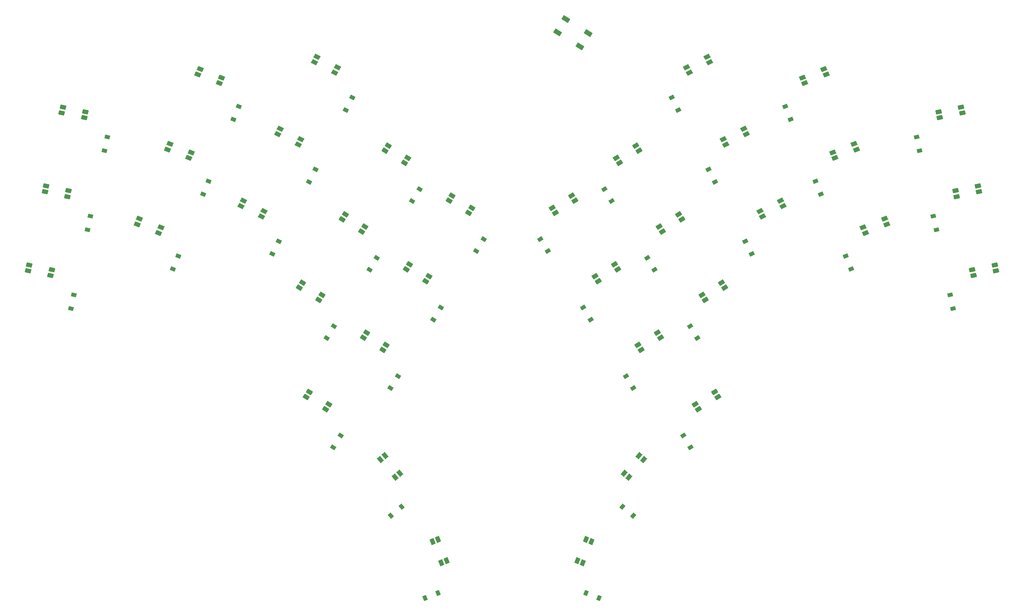
<source format=gbr>
%TF.GenerationSoftware,KiCad,Pcbnew,7.0.9*%
%TF.CreationDate,2023-11-27T23:54:21-05:00*%
%TF.ProjectId,main_r2,6d61696e-5f72-4322-9e6b-696361645f70,0.1*%
%TF.SameCoordinates,Original*%
%TF.FileFunction,Paste,Bot*%
%TF.FilePolarity,Positive*%
%FSLAX46Y46*%
G04 Gerber Fmt 4.6, Leading zero omitted, Abs format (unit mm)*
G04 Created by KiCad (PCBNEW 7.0.9) date 2023-11-27 23:54:21*
%MOMM*%
%LPD*%
G01*
G04 APERTURE LIST*
G04 Aperture macros list*
%AMRotRect*
0 Rectangle, with rotation*
0 The origin of the aperture is its center*
0 $1 length*
0 $2 width*
0 $3 Rotation angle, in degrees counterclockwise*
0 Add horizontal line*
21,1,$1,$2,0,0,$3*%
G04 Aperture macros list end*
%ADD10RotRect,0.900000X1.200000X78.000000*%
%ADD11RotRect,0.900000X1.200000X68.000000*%
%ADD12RotRect,0.900000X1.200000X63.000000*%
%ADD13RotRect,0.900000X1.200000X58.000000*%
%ADD14RotRect,0.900000X1.200000X40.000000*%
%ADD15RotRect,0.900000X1.200000X22.000000*%
%ADD16RotRect,0.900000X1.200000X102.000000*%
%ADD17RotRect,0.900000X1.200000X112.000000*%
%ADD18RotRect,0.900000X1.200000X117.000000*%
%ADD19RotRect,0.900000X1.200000X122.000000*%
%ADD20RotRect,0.900000X1.200000X140.000000*%
%ADD21RotRect,0.900000X1.200000X158.000000*%
%ADD22RotRect,1.800000X1.100000X328.000000*%
%ADD23RotRect,1.400000X1.000000X348.000000*%
%ADD24RotRect,1.400000X1.000000X338.000000*%
%ADD25RotRect,1.400000X1.000000X333.000000*%
%ADD26RotRect,1.400000X1.000000X328.000000*%
%ADD27RotRect,1.400000X1.000000X310.000000*%
%ADD28RotRect,1.400000X1.000000X292.000000*%
%ADD29RotRect,1.400000X1.000000X12.000000*%
%ADD30RotRect,1.400000X1.000000X22.000000*%
%ADD31RotRect,1.400000X1.000000X27.000000*%
%ADD32RotRect,1.400000X1.000000X32.000000*%
%ADD33RotRect,1.400000X1.000000X50.000000*%
%ADD34RotRect,1.400000X1.000000X68.000000*%
G04 APERTURE END LIST*
D10*
%TO.C,D1*%
X42360535Y-170666125D03*
X41674427Y-173894013D03*
%TD*%
%TO.C,D2*%
X46310859Y-152081322D03*
X45624751Y-155309210D03*
%TD*%
%TO.C,D3*%
X50261180Y-133496521D03*
X49575072Y-136724409D03*
%TD*%
D11*
%TO.C,D4*%
X66893067Y-161511824D03*
X65656865Y-164571530D03*
%TD*%
%TO.C,D5*%
X74010591Y-143895331D03*
X72774389Y-146955037D03*
%TD*%
%TO.C,D6*%
X81128117Y-126278837D03*
X79891915Y-129338543D03*
%TD*%
D12*
%TO.C,D7*%
X90554221Y-158026721D03*
X89056053Y-160967043D03*
%TD*%
%TO.C,D8*%
X99180042Y-141097595D03*
X97681874Y-144037917D03*
%TD*%
%TO.C,D9*%
X107805859Y-124168472D03*
X106307691Y-127108794D03*
%TD*%
D13*
%TO.C,D10*%
X103533313Y-178001242D03*
X101784579Y-180799800D03*
%TD*%
%TO.C,D11*%
X113601781Y-161888329D03*
X111853047Y-164686887D03*
%TD*%
%TO.C,D12*%
X123670250Y-145775416D03*
X121921516Y-148573974D03*
%TD*%
%TO.C,D13*%
X118586392Y-189765806D03*
X116837658Y-192564364D03*
%TD*%
%TO.C,D14*%
X128654857Y-173652892D03*
X126906123Y-176451450D03*
%TD*%
%TO.C,D15*%
X138723321Y-157539977D03*
X136974587Y-160338535D03*
%TD*%
%TO.C,D16*%
X105125734Y-203759042D03*
X103377000Y-206557600D03*
%TD*%
D14*
%TO.C,D17*%
X119412044Y-220530774D03*
X116884098Y-222651974D03*
%TD*%
D15*
%TO.C,D18*%
X127950473Y-240815786D03*
X124890767Y-242051988D03*
%TD*%
D16*
%TO.C,D19*%
X248384239Y-170666127D03*
X249070347Y-173894015D03*
%TD*%
%TO.C,D20*%
X244433915Y-152081322D03*
X245120023Y-155309210D03*
%TD*%
%TO.C,D21*%
X240483595Y-133496518D03*
X241169703Y-136724406D03*
%TD*%
D17*
%TO.C,D22*%
X223851707Y-161511824D03*
X225087909Y-164571530D03*
%TD*%
%TO.C,D23*%
X216734183Y-143895332D03*
X217970385Y-146955038D03*
%TD*%
%TO.C,D24*%
X209616657Y-126278836D03*
X210852859Y-129338542D03*
%TD*%
D18*
%TO.C,D25*%
X200190552Y-158026719D03*
X201688720Y-160967041D03*
%TD*%
%TO.C,D26*%
X191564730Y-141097595D03*
X193062898Y-144037917D03*
%TD*%
%TO.C,D27*%
X182938913Y-124168473D03*
X184437081Y-127108795D03*
%TD*%
D19*
%TO.C,D28*%
X187211459Y-178001244D03*
X188960193Y-180799802D03*
%TD*%
%TO.C,D29*%
X177142993Y-161888330D03*
X178891727Y-164686888D03*
%TD*%
%TO.C,D30*%
X167074527Y-145775415D03*
X168823261Y-148573973D03*
%TD*%
%TO.C,D31*%
X172158385Y-189765804D03*
X173907119Y-192564362D03*
%TD*%
%TO.C,D32*%
X162089918Y-173652893D03*
X163838652Y-176451451D03*
%TD*%
%TO.C,D33*%
X152021452Y-157539979D03*
X153770186Y-160338537D03*
%TD*%
%TO.C,D34*%
X185619041Y-203759044D03*
X187367775Y-206557602D03*
%TD*%
D20*
%TO.C,D35*%
X171332732Y-220530772D03*
X173860678Y-222651972D03*
%TD*%
D21*
%TO.C,D36*%
X162794302Y-240815785D03*
X165854008Y-242051987D03*
%TD*%
D22*
%TO.C,B2*%
X158031611Y-105693667D03*
X163289509Y-108979167D03*
X156070909Y-108831445D03*
X161328807Y-112116945D03*
%TD*%
D23*
%TO.C,LED1*%
X37185787Y-164710082D03*
X36894710Y-166079489D03*
X31903790Y-163587359D03*
X31612713Y-164956766D03*
%TD*%
%TO.C,LED2*%
X41136108Y-146125278D03*
X40845031Y-147494685D03*
X35854111Y-145002555D03*
X35563034Y-146371962D03*
%TD*%
%TO.C,LED3*%
X45086431Y-127540475D03*
X44795354Y-128909882D03*
X39804434Y-126417752D03*
X39513357Y-127787159D03*
%TD*%
D24*
%TO.C,LED4*%
X62831193Y-154747678D03*
X62306744Y-156045736D03*
X57824400Y-152724802D03*
X57299951Y-154022860D03*
%TD*%
%TO.C,LED5*%
X69948715Y-137131185D03*
X69424266Y-138429243D03*
X64941922Y-135108309D03*
X64417473Y-136406367D03*
%TD*%
%TO.C,LED6*%
X77066240Y-119514691D03*
X76541791Y-120812749D03*
X72059447Y-117491815D03*
X71534998Y-118789873D03*
%TD*%
D25*
%TO.C,LED7*%
X87097337Y-150934301D03*
X86461750Y-152181710D03*
X82285902Y-148482752D03*
X81650315Y-149730161D03*
%TD*%
%TO.C,LED8*%
X95723155Y-134005176D03*
X95087568Y-135252585D03*
X90911720Y-131553627D03*
X90276133Y-132801036D03*
%TD*%
%TO.C,LED9*%
X104348977Y-117076051D03*
X103713390Y-118323460D03*
X99537542Y-114624502D03*
X98901955Y-115871911D03*
%TD*%
D26*
%TO.C,LED10*%
X100707727Y-170634522D03*
X99965840Y-171821790D03*
X96128268Y-167772958D03*
X95386381Y-168960226D03*
%TD*%
%TO.C,LED11*%
X110776195Y-154521609D03*
X110034308Y-155708877D03*
X106196736Y-151660045D03*
X105454849Y-152847313D03*
%TD*%
%TO.C,LED12*%
X120844661Y-138408696D03*
X120102774Y-139595964D03*
X116265202Y-135547132D03*
X115523315Y-136734400D03*
%TD*%
%TO.C,LED13*%
X115760802Y-182399087D03*
X115018915Y-183586355D03*
X111181343Y-179537523D03*
X110439456Y-180724791D03*
%TD*%
%TO.C,LED14*%
X125829267Y-166286172D03*
X125087380Y-167473440D03*
X121249808Y-163424608D03*
X120507921Y-164611876D03*
%TD*%
%TO.C,LED15*%
X135897735Y-150173257D03*
X135155848Y-151360525D03*
X131318276Y-147311693D03*
X130576389Y-148498961D03*
%TD*%
%TO.C,LED16*%
X102300144Y-196392318D03*
X101558257Y-197579586D03*
X97720685Y-193530754D03*
X96978798Y-194718022D03*
%TD*%
D27*
%TO.C,LED17*%
X119001193Y-212651455D03*
X117928730Y-213551357D03*
X115530140Y-208514815D03*
X114457677Y-209414717D03*
%TD*%
D28*
%TO.C,LED18*%
X129994578Y-233195146D03*
X128696520Y-233719595D03*
X127971702Y-228188353D03*
X126673644Y-228712802D03*
%TD*%
D29*
%TO.C,LED19*%
X258840984Y-163587361D03*
X259132061Y-164956768D03*
X253558987Y-164710084D03*
X253850064Y-166079491D03*
%TD*%
%TO.C,LED20*%
X254890662Y-145002554D03*
X255181739Y-146371961D03*
X249608665Y-146125277D03*
X249899742Y-147494684D03*
%TD*%
%TO.C,LED21*%
X250940340Y-126417748D03*
X251231417Y-127787155D03*
X245658343Y-127540471D03*
X245949420Y-128909878D03*
%TD*%
D30*
%TO.C,LED22*%
X232920376Y-152724802D03*
X233444825Y-154022860D03*
X227913583Y-154747678D03*
X228438032Y-156045736D03*
%TD*%
%TO.C,LED23*%
X225802853Y-135108310D03*
X226327302Y-136406368D03*
X220796060Y-137131186D03*
X221320509Y-138429244D03*
%TD*%
%TO.C,LED24*%
X218685327Y-117491817D03*
X219209776Y-118789875D03*
X213678534Y-119514693D03*
X214202983Y-120812751D03*
%TD*%
D31*
%TO.C,LED25*%
X208458875Y-148482751D03*
X209094462Y-149730160D03*
X203647440Y-150934300D03*
X204283027Y-152181709D03*
%TD*%
%TO.C,LED26*%
X199833053Y-131553626D03*
X200468640Y-132801035D03*
X195021618Y-134005175D03*
X195657205Y-135252584D03*
%TD*%
%TO.C,LED27*%
X191207237Y-114624502D03*
X191842824Y-115871911D03*
X186395802Y-117076051D03*
X187031389Y-118323460D03*
%TD*%
D32*
%TO.C,LED28*%
X194616505Y-167772959D03*
X195358392Y-168960227D03*
X190037046Y-170634523D03*
X190778933Y-171821791D03*
%TD*%
%TO.C,LED29*%
X184548041Y-151660044D03*
X185289928Y-152847312D03*
X179968582Y-154521608D03*
X180710469Y-155708876D03*
%TD*%
%TO.C,LED30*%
X174479571Y-135547132D03*
X175221458Y-136734400D03*
X169900112Y-138408696D03*
X170641999Y-139595964D03*
%TD*%
%TO.C,LED31*%
X179563432Y-179537520D03*
X180305319Y-180724788D03*
X174983973Y-182399084D03*
X175725860Y-183586352D03*
%TD*%
%TO.C,LED32*%
X169494965Y-163424608D03*
X170236852Y-164611876D03*
X164915506Y-166286172D03*
X165657393Y-167473440D03*
%TD*%
%TO.C,LED33*%
X159426500Y-147311693D03*
X160168387Y-148498961D03*
X154847041Y-150173257D03*
X155588928Y-151360525D03*
%TD*%
%TO.C,LED34*%
X193024088Y-193530754D03*
X193765975Y-194718022D03*
X188444629Y-196392318D03*
X189186516Y-197579586D03*
%TD*%
D33*
%TO.C,LED35*%
X175214635Y-208514814D03*
X176287098Y-209414716D03*
X171743582Y-212651454D03*
X172816045Y-213551356D03*
%TD*%
D34*
%TO.C,LED36*%
X162773074Y-228188353D03*
X164071132Y-228712802D03*
X160750198Y-233195146D03*
X162048256Y-233719595D03*
%TD*%
M02*

</source>
